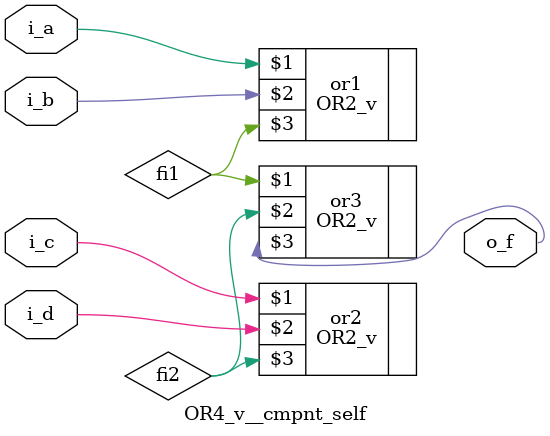
<source format=v>

module OR4_v__equation
  (input i_a, i_b, i_c, i_d,
   output o_f);
   
  assign o_f = i_a | i_b | i_c | i_d;
  
endmodule


////////////////////////////////
// Behavior Model
////////////////////////////////
module OR4_v__behavior
  (input i_a, i_b, i_c, i_d,
   output o_f);
   
  // assign o_f = 1 ? i_a | i_b | i_c | i_d : 0;
  assign o_f = i_a | i_b | i_c | i_d ? 1 : 0;
  
endmodule



////////////////////////////////
// Component Model - Self
////////////////////////////////
module OR4_v__cmpnt_self
  (input i_a, i_b, i_c, i_d,
  output o_f);
   
  wire fi1, fi2; // internal outputs
   
  OR2_v or1 (i_a, i_b, fi1);
  OR2_v or2 (i_c, i_d, fi2);
  OR2_v or3 (fi1, fi2, o_f);
  
  // assign o_f = 1 ? i_a | i_b | i_c | i_d : 0;
  
endmodule











































































</source>
